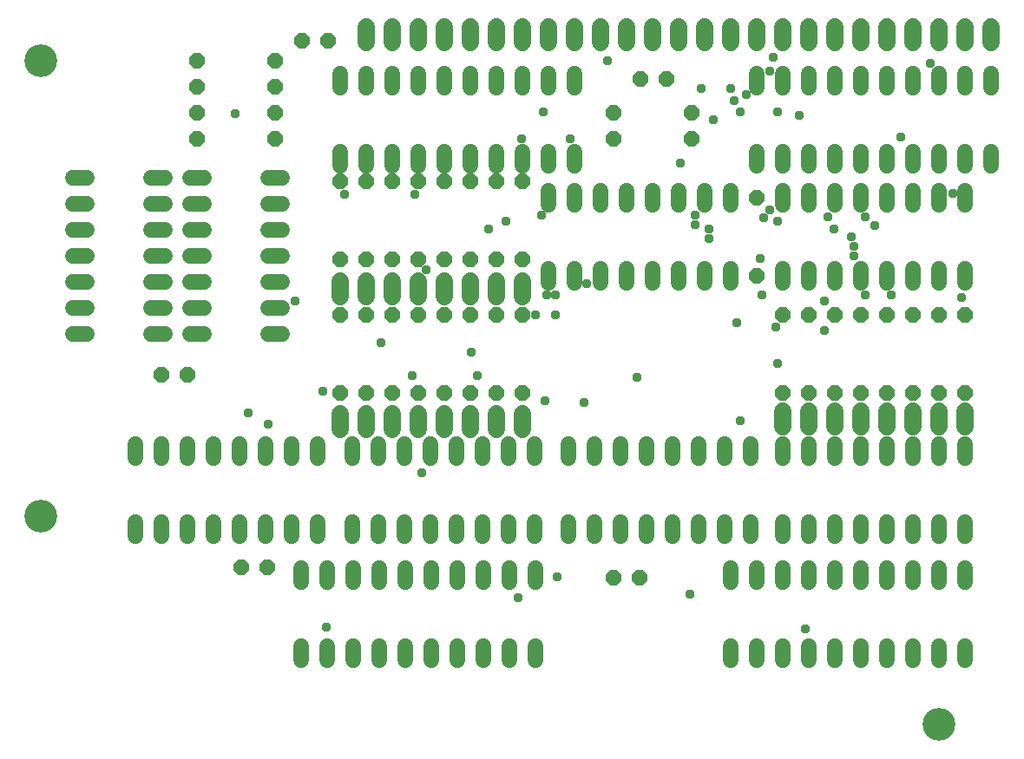
<source format=gbr>
G04 EAGLE Gerber RS-274X export*
G75*
%MOMM*%
%FSLAX34Y34*%
%LPD*%
%INSoldermask Top*%
%IPPOS*%
%AMOC8*
5,1,8,0,0,1.08239X$1,22.5*%
G01*
%ADD10C,1.524000*%
%ADD11C,1.727200*%
%ADD12P,1.649562X8X292.500000*%
%ADD13P,1.649562X8X202.500000*%
%ADD14P,1.649562X8X22.500000*%
%ADD15C,3.203200*%
%ADD16C,0.959600*%


D10*
X342900Y647446D02*
X342900Y660654D01*
X368300Y660654D02*
X368300Y647446D01*
X495300Y647446D02*
X495300Y660654D01*
X520700Y660654D02*
X520700Y647446D01*
X393700Y647446D02*
X393700Y660654D01*
X419100Y660654D02*
X419100Y647446D01*
X469900Y647446D02*
X469900Y660654D01*
X444500Y660654D02*
X444500Y647446D01*
X546100Y647446D02*
X546100Y660654D01*
X571500Y660654D02*
X571500Y647446D01*
X571500Y723646D02*
X571500Y736854D01*
X546100Y736854D02*
X546100Y723646D01*
X520700Y723646D02*
X520700Y736854D01*
X495300Y736854D02*
X495300Y723646D01*
X469900Y723646D02*
X469900Y736854D01*
X444500Y736854D02*
X444500Y723646D01*
X419100Y723646D02*
X419100Y736854D01*
X393700Y736854D02*
X393700Y723646D01*
X368300Y723646D02*
X368300Y736854D01*
X342900Y736854D02*
X342900Y723646D01*
X749300Y660654D02*
X749300Y647446D01*
X774700Y647446D02*
X774700Y660654D01*
X901700Y660654D02*
X901700Y647446D01*
X927100Y647446D02*
X927100Y660654D01*
X800100Y660654D02*
X800100Y647446D01*
X825500Y647446D02*
X825500Y660654D01*
X876300Y660654D02*
X876300Y647446D01*
X850900Y647446D02*
X850900Y660654D01*
X952500Y660654D02*
X952500Y647446D01*
X977900Y647446D02*
X977900Y660654D01*
X977900Y723646D02*
X977900Y736854D01*
X952500Y736854D02*
X952500Y723646D01*
X927100Y723646D02*
X927100Y736854D01*
X901700Y736854D02*
X901700Y723646D01*
X876300Y723646D02*
X876300Y736854D01*
X850900Y736854D02*
X850900Y723646D01*
X825500Y723646D02*
X825500Y736854D01*
X800100Y736854D02*
X800100Y723646D01*
X774700Y723646D02*
X774700Y736854D01*
X749300Y736854D02*
X749300Y723646D01*
D11*
X546100Y767080D02*
X546100Y782320D01*
X520700Y782320D02*
X520700Y767080D01*
X495300Y767080D02*
X495300Y782320D01*
X469900Y782320D02*
X469900Y767080D01*
X444500Y767080D02*
X444500Y782320D01*
X419100Y782320D02*
X419100Y767080D01*
X393700Y767080D02*
X393700Y782320D01*
X368300Y782320D02*
X368300Y767080D01*
X749300Y767080D02*
X749300Y782320D01*
X723900Y782320D02*
X723900Y767080D01*
X698500Y767080D02*
X698500Y782320D01*
X673100Y782320D02*
X673100Y767080D01*
X647700Y767080D02*
X647700Y782320D01*
X622300Y782320D02*
X622300Y767080D01*
X596900Y767080D02*
X596900Y782320D01*
X571500Y782320D02*
X571500Y767080D01*
X774700Y407670D02*
X774700Y392430D01*
X800100Y392430D02*
X800100Y407670D01*
X825500Y407670D02*
X825500Y392430D01*
X850900Y392430D02*
X850900Y407670D01*
X876300Y407670D02*
X876300Y392430D01*
X901700Y392430D02*
X901700Y407670D01*
X927100Y407670D02*
X927100Y392430D01*
X952500Y392430D02*
X952500Y407670D01*
D12*
X342900Y501650D03*
X342900Y425450D03*
X368300Y501650D03*
X368300Y425450D03*
X393700Y501650D03*
X393700Y425450D03*
X419100Y501650D03*
X419100Y425450D03*
X444500Y501650D03*
X444500Y425450D03*
X469900Y501650D03*
X469900Y425450D03*
X495300Y501650D03*
X495300Y425450D03*
X520700Y501650D03*
X520700Y425450D03*
X774700Y501650D03*
X774700Y425450D03*
X800100Y501650D03*
X800100Y425450D03*
X825500Y501650D03*
X825500Y425450D03*
X850900Y501650D03*
X850900Y425450D03*
X876300Y501650D03*
X876300Y425450D03*
X901700Y501650D03*
X901700Y425450D03*
X927100Y501650D03*
X927100Y425450D03*
X952500Y501650D03*
X952500Y425450D03*
D11*
X342900Y404495D02*
X342900Y389255D01*
X368300Y389255D02*
X368300Y404495D01*
X393700Y404495D02*
X393700Y389255D01*
X419100Y389255D02*
X419100Y404495D01*
X444500Y404495D02*
X444500Y389255D01*
X469900Y389255D02*
X469900Y404495D01*
X495300Y404495D02*
X495300Y389255D01*
X520700Y389255D02*
X520700Y404495D01*
D10*
X321056Y375158D02*
X321056Y361950D01*
X295656Y361950D02*
X295656Y375158D01*
X168656Y375158D02*
X168656Y361950D01*
X143256Y361950D02*
X143256Y375158D01*
X270256Y375158D02*
X270256Y361950D01*
X244856Y361950D02*
X244856Y375158D01*
X194056Y375158D02*
X194056Y361950D01*
X219456Y361950D02*
X219456Y375158D01*
X143256Y298958D02*
X143256Y285750D01*
X168656Y285750D02*
X168656Y298958D01*
X194056Y298958D02*
X194056Y285750D01*
X219456Y285750D02*
X219456Y298958D01*
X244856Y298958D02*
X244856Y285750D01*
X270256Y285750D02*
X270256Y298958D01*
X295656Y298958D02*
X295656Y285750D01*
X321056Y285750D02*
X321056Y298958D01*
X532892Y361950D02*
X532892Y375158D01*
X507492Y375158D02*
X507492Y361950D01*
X380492Y361950D02*
X380492Y375158D01*
X355092Y375158D02*
X355092Y361950D01*
X482092Y361950D02*
X482092Y375158D01*
X456692Y375158D02*
X456692Y361950D01*
X405892Y361950D02*
X405892Y375158D01*
X431292Y375158D02*
X431292Y361950D01*
X355092Y298958D02*
X355092Y285750D01*
X380492Y285750D02*
X380492Y298958D01*
X405892Y298958D02*
X405892Y285750D01*
X431292Y285750D02*
X431292Y298958D01*
X456692Y298958D02*
X456692Y285750D01*
X482092Y285750D02*
X482092Y298958D01*
X507492Y298958D02*
X507492Y285750D01*
X532892Y285750D02*
X532892Y298958D01*
X742950Y361696D02*
X742950Y374904D01*
X717550Y374904D02*
X717550Y361696D01*
X590550Y361696D02*
X590550Y374904D01*
X565150Y374904D02*
X565150Y361696D01*
X692150Y361696D02*
X692150Y374904D01*
X666750Y374904D02*
X666750Y361696D01*
X615950Y361696D02*
X615950Y374904D01*
X641350Y374904D02*
X641350Y361696D01*
X565150Y298704D02*
X565150Y285496D01*
X590550Y285496D02*
X590550Y298704D01*
X615950Y298704D02*
X615950Y285496D01*
X641350Y285496D02*
X641350Y298704D01*
X666750Y298704D02*
X666750Y285496D01*
X692150Y285496D02*
X692150Y298704D01*
X717550Y298704D02*
X717550Y285496D01*
X742950Y285496D02*
X742950Y298704D01*
X952500Y361696D02*
X952500Y374904D01*
X927100Y374904D02*
X927100Y361696D01*
X800100Y361696D02*
X800100Y374904D01*
X774700Y374904D02*
X774700Y361696D01*
X901700Y361696D02*
X901700Y374904D01*
X876300Y374904D02*
X876300Y361696D01*
X825500Y361696D02*
X825500Y374904D01*
X850900Y374904D02*
X850900Y361696D01*
X774700Y298704D02*
X774700Y285496D01*
X800100Y285496D02*
X800100Y298704D01*
X825500Y298704D02*
X825500Y285496D01*
X850900Y285496D02*
X850900Y298704D01*
X876300Y298704D02*
X876300Y285496D01*
X901700Y285496D02*
X901700Y298704D01*
X927100Y298704D02*
X927100Y285496D01*
X952500Y285496D02*
X952500Y298704D01*
X304800Y178054D02*
X304800Y164846D01*
X330200Y164846D02*
X330200Y178054D01*
X457200Y178054D02*
X457200Y164846D01*
X482600Y164846D02*
X482600Y178054D01*
X355600Y178054D02*
X355600Y164846D01*
X381000Y164846D02*
X381000Y178054D01*
X431800Y178054D02*
X431800Y164846D01*
X406400Y164846D02*
X406400Y178054D01*
X508000Y178054D02*
X508000Y164846D01*
X533400Y164846D02*
X533400Y178054D01*
X533400Y241046D02*
X533400Y254254D01*
X508000Y254254D02*
X508000Y241046D01*
X482600Y241046D02*
X482600Y254254D01*
X457200Y254254D02*
X457200Y241046D01*
X431800Y241046D02*
X431800Y254254D01*
X406400Y254254D02*
X406400Y241046D01*
X381000Y241046D02*
X381000Y254254D01*
X355600Y254254D02*
X355600Y241046D01*
X330200Y241046D02*
X330200Y254254D01*
X304800Y254254D02*
X304800Y241046D01*
X723900Y178054D02*
X723900Y164846D01*
X749300Y164846D02*
X749300Y178054D01*
X876300Y178054D02*
X876300Y164846D01*
X901700Y164846D02*
X901700Y178054D01*
X774700Y178054D02*
X774700Y164846D01*
X800100Y164846D02*
X800100Y178054D01*
X850900Y178054D02*
X850900Y164846D01*
X825500Y164846D02*
X825500Y178054D01*
X927100Y178054D02*
X927100Y164846D01*
X952500Y164846D02*
X952500Y178054D01*
X952500Y241046D02*
X952500Y254254D01*
X927100Y254254D02*
X927100Y241046D01*
X901700Y241046D02*
X901700Y254254D01*
X876300Y254254D02*
X876300Y241046D01*
X850900Y241046D02*
X850900Y254254D01*
X825500Y254254D02*
X825500Y241046D01*
X800100Y241046D02*
X800100Y254254D01*
X774700Y254254D02*
X774700Y241046D01*
X749300Y241046D02*
X749300Y254254D01*
X723900Y254254D02*
X723900Y241046D01*
X546100Y609346D02*
X546100Y622554D01*
X546100Y546354D02*
X546100Y533146D01*
X571500Y609346D02*
X571500Y622554D01*
X571500Y546354D02*
X571500Y533146D01*
X596900Y609346D02*
X596900Y622554D01*
X596900Y546354D02*
X596900Y533146D01*
X622300Y609346D02*
X622300Y622554D01*
X622300Y546354D02*
X622300Y533146D01*
X647700Y609346D02*
X647700Y622554D01*
X647700Y546354D02*
X647700Y533146D01*
X673100Y609346D02*
X673100Y622554D01*
X673100Y546354D02*
X673100Y533146D01*
X698500Y609346D02*
X698500Y622554D01*
X698500Y546354D02*
X698500Y533146D01*
X723900Y609346D02*
X723900Y622554D01*
X723900Y546354D02*
X723900Y533146D01*
X774700Y609346D02*
X774700Y622554D01*
X774700Y546354D02*
X774700Y533146D01*
X800100Y609346D02*
X800100Y622554D01*
X800100Y546354D02*
X800100Y533146D01*
X825500Y609346D02*
X825500Y622554D01*
X825500Y546354D02*
X825500Y533146D01*
X850900Y609346D02*
X850900Y622554D01*
X850900Y546354D02*
X850900Y533146D01*
X876300Y609346D02*
X876300Y622554D01*
X876300Y546354D02*
X876300Y533146D01*
X901700Y609346D02*
X901700Y622554D01*
X901700Y546354D02*
X901700Y533146D01*
X927100Y609346D02*
X927100Y622554D01*
X927100Y546354D02*
X927100Y533146D01*
X952500Y609346D02*
X952500Y622554D01*
X952500Y546354D02*
X952500Y533146D01*
D12*
X749300Y615950D03*
X749300Y539750D03*
D11*
X774700Y767080D02*
X774700Y782320D01*
X800100Y782320D02*
X800100Y767080D01*
X825500Y767080D02*
X825500Y782320D01*
X850900Y782320D02*
X850900Y767080D01*
X876300Y767080D02*
X876300Y782320D01*
X901700Y782320D02*
X901700Y767080D01*
X927100Y767080D02*
X927100Y782320D01*
D10*
X286004Y482600D02*
X272796Y482600D01*
X272796Y508000D02*
X286004Y508000D01*
X286004Y635000D02*
X272796Y635000D01*
X209804Y635000D02*
X196596Y635000D01*
X272796Y533400D02*
X286004Y533400D01*
X286004Y558800D02*
X272796Y558800D01*
X272796Y609600D02*
X286004Y609600D01*
X286004Y584200D02*
X272796Y584200D01*
X209804Y609600D02*
X196596Y609600D01*
X196596Y584200D02*
X209804Y584200D01*
X209804Y558800D02*
X196596Y558800D01*
X196596Y533400D02*
X209804Y533400D01*
X209804Y508000D02*
X196596Y508000D01*
X196596Y482600D02*
X209804Y482600D01*
X171704Y482600D02*
X158496Y482600D01*
X158496Y508000D02*
X171704Y508000D01*
X171704Y635000D02*
X158496Y635000D01*
X95504Y635000D02*
X82296Y635000D01*
X158496Y533400D02*
X171704Y533400D01*
X171704Y558800D02*
X158496Y558800D01*
X158496Y609600D02*
X171704Y609600D01*
X171704Y584200D02*
X158496Y584200D01*
X95504Y609600D02*
X82296Y609600D01*
X82296Y584200D02*
X95504Y584200D01*
X95504Y558800D02*
X82296Y558800D01*
X82296Y533400D02*
X95504Y533400D01*
X95504Y508000D02*
X82296Y508000D01*
X82296Y482600D02*
X95504Y482600D01*
D13*
X685800Y673100D03*
X609600Y673100D03*
X685800Y698500D03*
X609600Y698500D03*
X279400Y673100D03*
X203200Y673100D03*
X279400Y698500D03*
X203200Y698500D03*
X279400Y723900D03*
X203200Y723900D03*
X279400Y749300D03*
X203200Y749300D03*
D11*
X342900Y534670D02*
X342900Y519430D01*
X368300Y519430D02*
X368300Y534670D01*
X393700Y534670D02*
X393700Y519430D01*
X419100Y519430D02*
X419100Y534670D01*
X444500Y534670D02*
X444500Y519430D01*
X469900Y519430D02*
X469900Y534670D01*
X495300Y534670D02*
X495300Y519430D01*
X520700Y519430D02*
X520700Y534670D01*
X952500Y767080D02*
X952500Y782320D01*
X977900Y782320D02*
X977900Y767080D01*
D12*
X520700Y631825D03*
X520700Y555625D03*
X495300Y631825D03*
X495300Y555625D03*
X469900Y631825D03*
X469900Y555625D03*
X444500Y631825D03*
X444500Y555625D03*
X419100Y631825D03*
X419100Y555625D03*
X393700Y631825D03*
X393700Y555625D03*
X368300Y631825D03*
X368300Y555625D03*
X342900Y631825D03*
X342900Y555625D03*
D13*
X271780Y255270D03*
X246380Y255270D03*
D14*
X609854Y244602D03*
X635254Y244602D03*
D13*
X661162Y731520D03*
X635762Y731520D03*
X331216Y768858D03*
X305816Y768858D03*
D14*
X168656Y442722D03*
X194056Y442722D03*
D15*
X927100Y101600D03*
X50800Y749300D03*
X50800Y304800D03*
D16*
X694944Y722376D03*
X765048Y752856D03*
X918972Y746760D03*
X554736Y245364D03*
X416052Y618744D03*
X413004Y441960D03*
X542544Y417576D03*
X470916Y464820D03*
X298704Y515112D03*
X790956Y696468D03*
X580644Y416052D03*
X768096Y489204D03*
X272796Y394716D03*
X240792Y697992D03*
X797052Y195072D03*
X769620Y699516D03*
X729996Y493776D03*
X769620Y454152D03*
X422148Y347472D03*
X382524Y473964D03*
X326136Y426720D03*
X426720Y545592D03*
X544068Y521208D03*
X516636Y225552D03*
X477012Y441960D03*
X252984Y405384D03*
X733044Y397764D03*
X854964Y597408D03*
X815340Y486156D03*
X815340Y515112D03*
X739140Y716280D03*
X684276Y228600D03*
X762000Y603504D03*
X726948Y710184D03*
X632460Y440436D03*
X949452Y518160D03*
X723900Y722376D03*
X733044Y699516D03*
X755904Y595884D03*
X754380Y521208D03*
X854964Y521208D03*
X880872Y521208D03*
X940308Y620268D03*
X818388Y597408D03*
X824484Y585216D03*
X688848Y598932D03*
X702564Y585216D03*
X841248Y577596D03*
X603504Y749808D03*
X769620Y592836D03*
X752856Y556260D03*
X583692Y531876D03*
X553212Y501396D03*
X533400Y501396D03*
X487680Y585216D03*
X762000Y739140D03*
X707136Y691896D03*
X675132Y649224D03*
X539496Y598932D03*
X504444Y592836D03*
X519684Y673608D03*
X566928Y673608D03*
X890016Y675132D03*
X844296Y559308D03*
X553212Y521208D03*
X347472Y618744D03*
X541020Y699516D03*
X864108Y588264D03*
X844296Y568452D03*
X702564Y576072D03*
X688848Y589788D03*
X329184Y196596D03*
M02*

</source>
